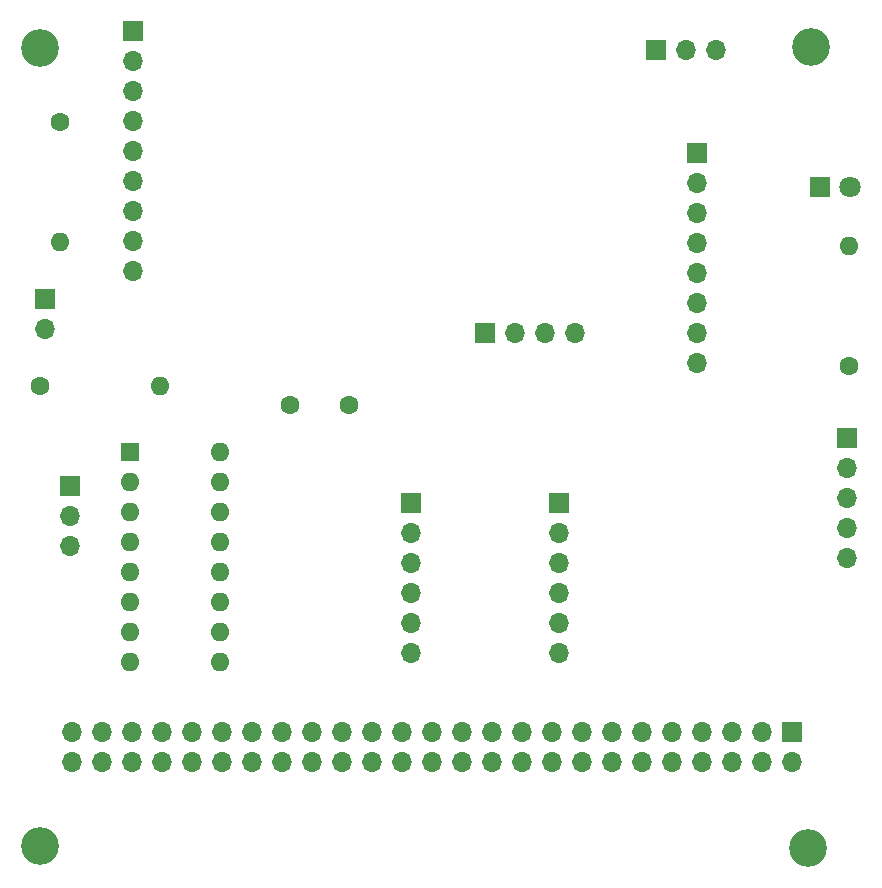
<source format=gbr>
%TF.GenerationSoftware,KiCad,Pcbnew,(6.0.7)*%
%TF.CreationDate,2023-02-02T11:58:54+03:00*%
%TF.ProjectId,Omarichet Sensor Shield 1.3,4f6d6172-6963-4686-9574-2053656e736f,rev?*%
%TF.SameCoordinates,Original*%
%TF.FileFunction,Soldermask,Top*%
%TF.FilePolarity,Negative*%
%FSLAX46Y46*%
G04 Gerber Fmt 4.6, Leading zero omitted, Abs format (unit mm)*
G04 Created by KiCad (PCBNEW (6.0.7)) date 2023-02-02 11:58:54*
%MOMM*%
%LPD*%
G01*
G04 APERTURE LIST*
%ADD10R,1.800000X1.800000*%
%ADD11C,1.800000*%
%ADD12C,1.600000*%
%ADD13O,1.600000X1.600000*%
%ADD14C,3.200000*%
%ADD15R,1.600000X1.600000*%
%ADD16R,1.700000X1.700000*%
%ADD17O,1.700000X1.700000*%
G04 APERTURE END LIST*
D10*
%TO.C,D1*%
X162005000Y-83500000D03*
D11*
X164545000Y-83500000D03*
%TD*%
D12*
%TO.C,R2*%
X97690000Y-77940000D03*
D13*
X97690000Y-88100000D03*
%TD*%
D14*
%TO.C,H2*%
X95950000Y-71660000D03*
%TD*%
D15*
%TO.C,U1*%
X103550000Y-105935000D03*
D13*
X103550000Y-108475000D03*
X103550000Y-111015000D03*
X103550000Y-113555000D03*
X103550000Y-116095000D03*
X103550000Y-118635000D03*
X103550000Y-121175000D03*
X103550000Y-123715000D03*
X111170000Y-123715000D03*
X111170000Y-121175000D03*
X111170000Y-118635000D03*
X111170000Y-116095000D03*
X111170000Y-113555000D03*
X111170000Y-111015000D03*
X111170000Y-108475000D03*
X111170000Y-105935000D03*
%TD*%
D16*
%TO.C,J7*%
X98535000Y-108815000D03*
D17*
X98535000Y-111355000D03*
X98535000Y-113895000D03*
%TD*%
D14*
%TO.C,H1*%
X161210000Y-71570000D03*
%TD*%
D12*
%TO.C,C1*%
X117100000Y-101880000D03*
X122100000Y-101880000D03*
%TD*%
D16*
%TO.C,J1*%
X96360000Y-92970000D03*
D17*
X96360000Y-95510000D03*
%TD*%
D16*
%TO.C,J5*%
X133610000Y-95795000D03*
D17*
X136150000Y-95795000D03*
X138690000Y-95795000D03*
X141230000Y-95795000D03*
%TD*%
D14*
%TO.C,H4*%
X160980000Y-139420000D03*
%TD*%
D16*
%TO.C,J4*%
X151625000Y-80565000D03*
D17*
X151625000Y-83105000D03*
X151625000Y-85645000D03*
X151625000Y-88185000D03*
X151625000Y-90725000D03*
X151625000Y-93265000D03*
X151625000Y-95805000D03*
X151625000Y-98345000D03*
%TD*%
D16*
%TO.C,J2*%
X148080000Y-71850000D03*
D17*
X150620000Y-71850000D03*
X153160000Y-71850000D03*
%TD*%
D16*
%TO.C,J10*%
X139925000Y-110205000D03*
D17*
X139925000Y-112745000D03*
X139925000Y-115285000D03*
X139925000Y-117825000D03*
X139925000Y-120365000D03*
X139925000Y-122905000D03*
%TD*%
D16*
%TO.C,J3*%
X164275000Y-104680000D03*
D17*
X164275000Y-107220000D03*
X164275000Y-109760000D03*
X164275000Y-112300000D03*
X164275000Y-114840000D03*
%TD*%
D16*
%TO.C,J8*%
X127340000Y-110210000D03*
D17*
X127340000Y-112750000D03*
X127340000Y-115290000D03*
X127340000Y-117830000D03*
X127340000Y-120370000D03*
X127340000Y-122910000D03*
%TD*%
D12*
%TO.C,R1*%
X95970000Y-100330000D03*
D13*
X106130000Y-100330000D03*
%TD*%
D14*
%TO.C,H3*%
X95980000Y-139230000D03*
%TD*%
D12*
%TO.C,R3*%
X164460000Y-98600000D03*
D13*
X164460000Y-88440000D03*
%TD*%
D16*
%TO.C,J6*%
X103855000Y-70230000D03*
D17*
X103855000Y-72770000D03*
X103855000Y-75310000D03*
X103855000Y-77850000D03*
X103855000Y-80390000D03*
X103855000Y-82930000D03*
X103855000Y-85470000D03*
X103855000Y-88010000D03*
X103855000Y-90550000D03*
%TD*%
D16*
%TO.C,J9*%
X159590000Y-129590000D03*
D17*
X159590000Y-132130000D03*
X157050000Y-129590000D03*
X157050000Y-132130000D03*
X154510000Y-129590000D03*
X154510000Y-132130000D03*
X151970000Y-129590000D03*
X151970000Y-132130000D03*
X149430000Y-129590000D03*
X149430000Y-132130000D03*
X146890000Y-129590000D03*
X146890000Y-132130000D03*
X144350000Y-129590000D03*
X144350000Y-132130000D03*
X141810000Y-129590000D03*
X141810000Y-132130000D03*
X139270000Y-129590000D03*
X139270000Y-132130000D03*
X136730000Y-129590000D03*
X136730000Y-132130000D03*
X134190000Y-129590000D03*
X134190000Y-132130000D03*
X131650000Y-129590000D03*
X131650000Y-132130000D03*
X129110000Y-129590000D03*
X129110000Y-132130000D03*
X126570000Y-129590000D03*
X126570000Y-132130000D03*
X124030000Y-129590000D03*
X124030000Y-132130000D03*
X121490000Y-129590000D03*
X121490000Y-132130000D03*
X118950000Y-129590000D03*
X118950000Y-132130000D03*
X116410000Y-129590000D03*
X116410000Y-132130000D03*
X113870000Y-129590000D03*
X113870000Y-132130000D03*
X111330000Y-129590000D03*
X111330000Y-132130000D03*
X108790000Y-129590000D03*
X108790000Y-132130000D03*
X106250000Y-129590000D03*
X106250000Y-132130000D03*
X103710000Y-129590000D03*
X103710000Y-132130000D03*
X101170000Y-129590000D03*
X101170000Y-132130000D03*
X98630000Y-129590000D03*
X98630000Y-132130000D03*
%TD*%
M02*

</source>
